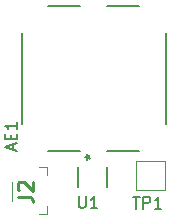
<source format=gbr>
%TF.GenerationSoftware,KiCad,Pcbnew,9.0.0*%
%TF.CreationDate,2025-03-14T13:22:00-04:00*%
%TF.ProjectId,IngestibleCapsule-Antennae,496e6765-7374-4696-926c-654361707375,rev?*%
%TF.SameCoordinates,Original*%
%TF.FileFunction,Legend,Top*%
%TF.FilePolarity,Positive*%
%FSLAX46Y46*%
G04 Gerber Fmt 4.6, Leading zero omitted, Abs format (unit mm)*
G04 Created by KiCad (PCBNEW 9.0.0) date 2025-03-14 13:22:00*
%MOMM*%
%LPD*%
G01*
G04 APERTURE LIST*
%ADD10C,0.150000*%
%ADD11C,0.254000*%
%ADD12C,0.152400*%
%ADD13C,0.120000*%
%ADD14C,0.100000*%
G04 APERTURE END LIST*
D10*
X78838095Y-55254819D02*
X78838095Y-56064342D01*
X78838095Y-56064342D02*
X78885714Y-56159580D01*
X78885714Y-56159580D02*
X78933333Y-56207200D01*
X78933333Y-56207200D02*
X79028571Y-56254819D01*
X79028571Y-56254819D02*
X79219047Y-56254819D01*
X79219047Y-56254819D02*
X79314285Y-56207200D01*
X79314285Y-56207200D02*
X79361904Y-56159580D01*
X79361904Y-56159580D02*
X79409523Y-56064342D01*
X79409523Y-56064342D02*
X79409523Y-55254819D01*
X80409523Y-56254819D02*
X79838095Y-56254819D01*
X80123809Y-56254819D02*
X80123809Y-55254819D01*
X80123809Y-55254819D02*
X80028571Y-55397676D01*
X80028571Y-55397676D02*
X79933333Y-55492914D01*
X79933333Y-55492914D02*
X79838095Y-55540533D01*
X83408095Y-55314819D02*
X83979523Y-55314819D01*
X83693809Y-56314819D02*
X83693809Y-55314819D01*
X84312857Y-56314819D02*
X84312857Y-55314819D01*
X84312857Y-55314819D02*
X84693809Y-55314819D01*
X84693809Y-55314819D02*
X84789047Y-55362438D01*
X84789047Y-55362438D02*
X84836666Y-55410057D01*
X84836666Y-55410057D02*
X84884285Y-55505295D01*
X84884285Y-55505295D02*
X84884285Y-55648152D01*
X84884285Y-55648152D02*
X84836666Y-55743390D01*
X84836666Y-55743390D02*
X84789047Y-55791009D01*
X84789047Y-55791009D02*
X84693809Y-55838628D01*
X84693809Y-55838628D02*
X84312857Y-55838628D01*
X85836666Y-56314819D02*
X85265238Y-56314819D01*
X85550952Y-56314819D02*
X85550952Y-55314819D01*
X85550952Y-55314819D02*
X85455714Y-55457676D01*
X85455714Y-55457676D02*
X85360476Y-55552914D01*
X85360476Y-55552914D02*
X85265238Y-55600533D01*
D11*
X73664318Y-55303332D02*
X74571461Y-55303332D01*
X74571461Y-55303332D02*
X74752889Y-55363809D01*
X74752889Y-55363809D02*
X74873842Y-55484761D01*
X74873842Y-55484761D02*
X74934318Y-55666190D01*
X74934318Y-55666190D02*
X74934318Y-55787142D01*
X73785270Y-54759047D02*
X73724794Y-54698571D01*
X73724794Y-54698571D02*
X73664318Y-54577618D01*
X73664318Y-54577618D02*
X73664318Y-54275237D01*
X73664318Y-54275237D02*
X73724794Y-54154285D01*
X73724794Y-54154285D02*
X73785270Y-54093809D01*
X73785270Y-54093809D02*
X73906222Y-54033332D01*
X73906222Y-54033332D02*
X74027175Y-54033332D01*
X74027175Y-54033332D02*
X74208603Y-54093809D01*
X74208603Y-54093809D02*
X74934318Y-54819523D01*
X74934318Y-54819523D02*
X74934318Y-54033332D01*
D10*
X73299104Y-51346666D02*
X73299104Y-50870476D01*
X73584819Y-51441904D02*
X72584819Y-51108571D01*
X72584819Y-51108571D02*
X73584819Y-50775238D01*
X73061009Y-50441904D02*
X73061009Y-50108571D01*
X73584819Y-49965714D02*
X73584819Y-50441904D01*
X73584819Y-50441904D02*
X72584819Y-50441904D01*
X72584819Y-50441904D02*
X72584819Y-49965714D01*
X73584819Y-49013333D02*
X73584819Y-49584761D01*
X73584819Y-49299047D02*
X72584819Y-49299047D01*
X72584819Y-49299047D02*
X72727676Y-49394285D01*
X72727676Y-49394285D02*
X72822914Y-49489523D01*
X72822914Y-49489523D02*
X72870533Y-49584761D01*
X79354819Y-51939999D02*
X79592914Y-51939999D01*
X79497676Y-52178094D02*
X79592914Y-51939999D01*
X79592914Y-51939999D02*
X79497676Y-51701904D01*
X79783390Y-52082856D02*
X79592914Y-51939999D01*
X79592914Y-51939999D02*
X79783390Y-51797142D01*
D12*
%TO.C,U1*%
X78803501Y-52804501D02*
X78803501Y-54455501D01*
X81216501Y-54455501D02*
X81216501Y-52804501D01*
D13*
%TO.C,TP1*%
X83700000Y-52310000D02*
X86100000Y-52310000D01*
X83700000Y-54710000D02*
X83700000Y-52310000D01*
X86100000Y-52310000D02*
X86100000Y-54710000D01*
X86100000Y-54710000D02*
X83700000Y-54710000D01*
D14*
%TO.C,J2*%
X73212000Y-54080000D02*
X73212000Y-55680000D01*
X76112000Y-52780000D02*
X75487000Y-52780000D01*
X76112000Y-53480000D02*
X76112000Y-52780000D01*
X76112000Y-56080000D02*
X76112000Y-56780000D01*
X76112000Y-56780000D02*
X75487000Y-56780000D01*
D12*
%TO.C,AE1*%
X73988600Y-41457796D02*
X73988600Y-49162204D01*
X76264886Y-51431400D02*
X78955114Y-51431400D01*
X78955114Y-39188600D02*
X76264886Y-39188600D01*
X81264886Y-51431400D02*
X83955114Y-51431400D01*
X83955114Y-39188600D02*
X81264886Y-39188600D01*
X86231400Y-49162204D02*
X86231400Y-41457796D01*
%TD*%
M02*

</source>
